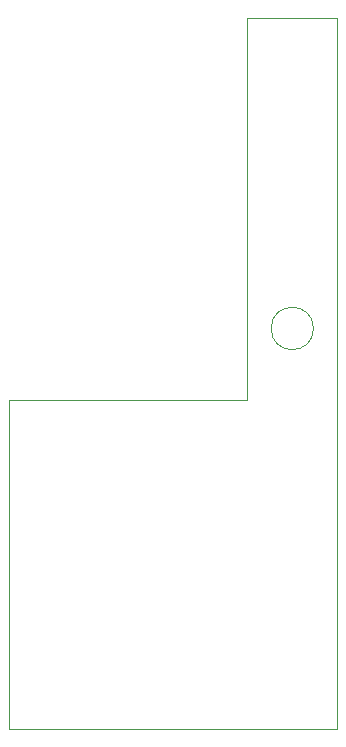
<source format=gm1>
G04 #@! TF.GenerationSoftware,KiCad,Pcbnew,8.0.2-8.0.2-0~ubuntu22.04.1*
G04 #@! TF.CreationDate,2024-05-30T09:06:10-06:00*
G04 #@! TF.ProjectId,sensor_sigfox_1.1,73656e73-6f72-45f7-9369-67666f785f31,rev?*
G04 #@! TF.SameCoordinates,Original*
G04 #@! TF.FileFunction,Profile,NP*
%FSLAX46Y46*%
G04 Gerber Fmt 4.6, Leading zero omitted, Abs format (unit mm)*
G04 Created by KiCad (PCBNEW 8.0.2-8.0.2-0~ubuntu22.04.1) date 2024-05-30 09:06:10*
%MOMM*%
%LPD*%
G01*
G04 APERTURE LIST*
G04 #@! TA.AperFunction,Profile*
%ADD10C,0.100000*%
G04 #@! TD*
G04 APERTURE END LIST*
D10*
X141478000Y-96139000D02*
X113665000Y-96139000D01*
X139456051Y-62260000D02*
G75*
G02*
X135863949Y-62260000I-1796051J0D01*
G01*
X135863949Y-62260000D02*
G75*
G02*
X139456051Y-62260000I1796051J0D01*
G01*
X141478000Y-36000000D02*
X141478000Y-96139000D01*
X113665000Y-96139000D02*
X113665000Y-68326000D01*
X133858000Y-36000000D02*
X141478000Y-36000000D01*
X133858000Y-36000000D02*
X133840000Y-68320000D01*
X113665000Y-68326000D02*
X133840000Y-68320000D01*
M02*

</source>
